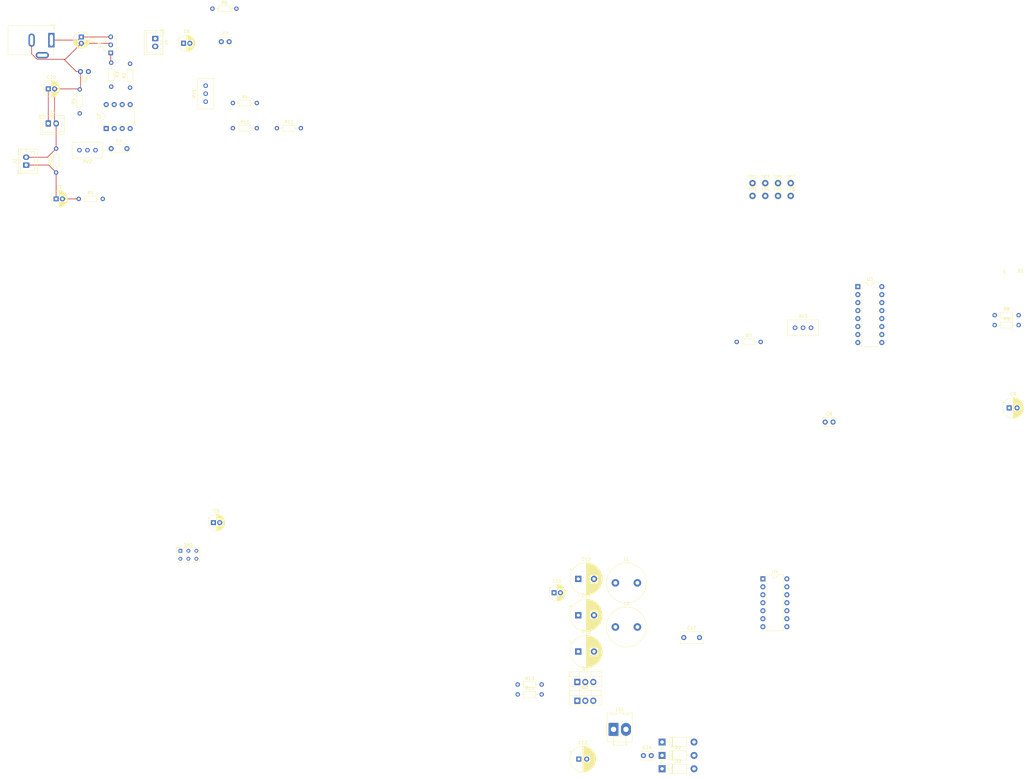
<source format=kicad_pcb>
(kicad_pcb (version 20240108) (generator "pcbnew") (generator_version "8.0")
  (layers (0 "F.Cu" signal) (31 "B.Cu" signal) (34 "B.Paste" user) (35 "F.Paste" user) (36 "B.SilkS" user "B.Silkscreen") (37 "F.SilkS" user "F.Silkscreen") (38 "B.Mask" user) (39 "F.Mask" user) (44 "Edge.Cuts" user))
  (net 0 "")
  (net 1 "Net-(J2-Pin_1)")
  (net 2 "Net-(C1-Pad2)")
  (net 3 "GND")
  (net 4 "+12V")
  (net 5 "+9V")
  (net 6 "Net-(C6-Pad1)")
  (net 7 "Net-(U2B-+)")
  (net 8 "AUDIO")
  (net 9 "SAWTOOTH")
  (net 10 "VDC")
  (net 11 "Net-(D1-K)")
  (net 12 "Net-(Q1-S)")
  (net 13 "Net-(C14-Pad2)")
  (net 14 "Net-(C17-Pad1)")
  (net 15 "Net-(C17-Pad2)")
  (net 16 "Net-(D2-A)")
  (net 17 "Net-(D2-K)")
  (net 18 "Net-(D3-K)")
  (net 19 "Net-(D3-A)")
  (net 20 "Net-(U2A--)")
  (net 21 "Net-(R2-Pad2)")
  (net 22 "Net-(U1-VO)")
  (net 23 "Net-(R3-Pad2)")
  (net 24 "Net-(R11-Pad1)")
  (net 25 "Net-(R5-Pad1)")
  (net 26 "Net-(R7-Pad1)")
  (net 27 "PWM")
  (net 28 "!PWM")
  (net 29 "Net-(U3-RT)")
  (net 31 "Net-(SW1-B)")
  (net 32 "Net-(U3-2IN-)")
  (net 33 "FB")
  (footprint "Diode_THT:D_DO-41_SOD81_P10.16mm_Horizontal" (layer "F.Cu") (at 231.645354 272.3)
    (property "Reference" "D3" (at 5.08 -2.47 0) (layer "F.SilkS"))
    (property "Value" "1N5819")
    (fp_text user "K" (at 0 -2.1 0) (layer "F.SilkS"))
    (pad "1" thru_hole rect (at 0 0) (size 2.2 2.2) (drill 1.1) (layers "*.Cu" "*.Mask") (net 18 "Net-(D3-K)"))
    (pad "2" thru_hole oval (at 10.16 0) (size 2.2 2.2) (drill 1.1) (layers "*.Cu" "*.Mask") (net 19 "Net-(D3-A)"))
  )
  (footprint "Resistor_THT:R_Axial_DIN0204_L3.6mm_D1.6mm_P7.62mm_Horizontal" (layer "F.Cu") (at 88.69 30.5)
    (property "Reference" "R6" (at 3.81 -1.92 0) (layer "F.SilkS"))
    (property "Value" "8.2kΩ")
    (pad "1" thru_hole circle (at 0 0) (size 1.4 1.4) (drill 0.7) (layers "*.Cu" "*.Mask") (net 7 "Net-(U2B-+)"))
    (pad "2" thru_hole oval (at 7.62 0) (size 1.4 1.4) (drill 0.7) (layers "*.Cu" "*.Mask") (net 8 "AUDIO"))
  )
  (footprint "Capacitor_THT:CP_Radial_D10.0mm_P5.00mm" (layer "F.Cu") (at 205 235)
    (property "Reference" "C15" (at 2.5 -6.25 0) (layer "F.SilkS"))
    (property "Value" "470uF")
    (pad "1" thru_hole rect (at 0 0) (size 2 2) (drill 1) (layers "*.Cu" "*.Mask") (net 13 "Net-(C14-Pad2)"))
    (pad "2" thru_hole circle (at 5 0) (size 2 2) (drill 1) (layers "*.Cu" "*.Mask") (net 3 "GND"))
  )
  (footprint "Resistor_THT:R_Axial_DIN0204_L3.6mm_D1.6mm_P7.62mm_Horizontal" (layer "F.Cu") (at 95.19 68.5)
    (property "Reference" "R11" (at 3.81 -1.92 0) (layer "F.SilkS"))
    (property "Value" "1kΩ")
    (pad "1" thru_hole circle (at 0 0) (size 1.4 1.4) (drill 0.7) (layers "*.Cu" "*.Mask") (net 24 "Net-(R11-Pad1)"))
    (pad "2" thru_hole oval (at 7.62 0) (size 1.4 1.4) (drill 0.7) (layers "*.Cu" "*.Mask") (net 3 "GND"))
  )
  (footprint "Capacitor_THT:C_Disc_D3.8mm_W2.6mm_P2.50mm" (layer "F.Cu") (at 283.5 162)
    (property "Reference" "C8" (at 1.25 -2.55 0) (layer "F.SilkS"))
    (property "Value" "1nF")
    (pad "1" thru_hole circle (at 0 0) (size 1.6 1.6) (drill 0.8) (layers "*.Cu" "*.Mask") (net 9 "SAWTOOTH"))
    (pad "2" thru_hole circle (at 2.5 0) (size 1.6 1.6) (drill 0.8) (layers "*.Cu" "*.Mask") (net 3 "GND"))
  )
  (footprint "Resistor_THT:R_Axial_DIN0204_L3.6mm_D1.6mm_P7.62mm_Horizontal" (layer "F.Cu") (at 62.5 55.62 90)
    (property "Reference" "R2" (at 3.81 -1.92 90) (layer "F.SilkS"))
    (property "Value" "10kΩ")
    (pad "1" thru_hole circle (at 0 0 90) (size 1.4 1.4) (drill 0.7) (layers "*.Cu" "*.Mask") (net 20 "Net-(U2A--)"))
    (pad "2" thru_hole oval (at 7.62 0 90) (size 1.4 1.4) (drill 0.7) (layers "*.Cu" "*.Mask") (net 21 "Net-(R2-Pad2)"))
  )
  (footprint "Capacitor_THT:CP_Radial_D5.0mm_P2.00mm" (layer "F.Cu") (at 39 91)
    (property "Reference" "C1" (at 1 -3.75 0) (layer "F.SilkS"))
    (property "Value" "1uF")
    (pad "1" thru_hole rect (at 0 0) (size 1.6 1.6) (drill 0.8) (layers "*.Cu" "*.Mask") (net 1 "Net-(J2-Pin_1)"))
    (pad "2" thru_hole circle (at 2 0) (size 1.6 1.6) (drill 0.8) (layers "*.Cu" "*.Mask") (net 2 "Net-(C1-Pad2)"))
  )
  (footprint "Capacitor_THT:C_Disc_D5.0mm_W2.5mm_P5.00mm" (layer "F.Cu") (at 56.5 75)
    (property "Reference" "C4" (at 2.5 -2.5 0) (layer "F.SilkS"))
    (property "Value" "100nF")
    (pad "1" thru_hole circle (at 0 0) (size 1.6 1.6) (drill 0.8) (layers "*.Cu" "*.Mask") (net 5 "+9V"))
    (pad "2" thru_hole circle (at 5 0) (size 1.6 1.6) (drill 0.8) (layers "*.Cu" "*.Mask") (net 3 "GND"))
  )
  (footprint "Capacitor_THT:CP_Radial_D5.0mm_P2.00mm" (layer "F.Cu") (at 89 194)
    (property "Reference" "C5" (at 1 -3.75 0) (layer "F.SilkS"))
    (property "Value" "10uF")
    (pad "1" thru_hole rect (at 0 0) (size 1.6 1.6) (drill 0.8) (layers "*.Cu" "*.Mask") (net 3 "GND"))
    (pad "2" thru_hole circle (at 2 0) (size 1.6 1.6) (drill 0.8) (layers "*.Cu" "*.Mask") (net 4 "+12V"))
  )
  (footprint "Connector_JST:JST_XH_B2B-XH-A_1x02_P2.50mm_Vertical" (layer "F.Cu") (at 29.475 80.25 90)
    (property "Reference" "J2" (at 1.25 -3.55 90) (layer "F.SilkS"))
    (property "Value" "Conn_01x02")
    (pad "1" thru_hole roundrect (at 0 0 90) (size 1.7 2) (drill 1) (layers "*.Cu" "*.Mask") (roundrect_rratio 0.147059) (net 1 "Net-(J2-Pin_1)"))
    (pad "2" thru_hole oval (at 2.5 0 90) (size 1.7 2) (drill 1) (layers "*.Cu" "*.Mask") (net 3 "GND"))
  )
  (footprint "Capacitor_THT:CP_Radial_D10.0mm_P5.00mm" (layer "F.Cu") (at 205 211.9)
    (property "Reference" "C13" (at 2.5 -6.25 0) (layer "F.SilkS"))
    (property "Value" "470uF")
    (pad "1" thru_hole rect (at 0 0) (size 2 2) (drill 1) (layers "*.Cu" "*.Mask") (net 10 "VDC"))
    (pad "2" thru_hole circle (at 5 0) (size 2 2) (drill 1) (layers "*.Cu" "*.Mask") (net 3 "GND"))
  )
  (footprint "Potentiometer_THT:Potentiometer_Bourns_3296W_Vertical" (layer "F.Cu") (at 279 132)
    (property "Reference" "RV3" (at -2.54 -3.66 0) (layer "F.SilkS"))
    (property "Value" "10kΩ")
    (pad "1" thru_hole circle (at 0 0) (size 1.44 1.44) (drill 0.8) (layers "*.Cu" "*.Mask") (net 29 "Net-(U3-RT)"))
    (pad "2" thru_hole circle (at -2.54 0) (size 1.44 1.44) (drill 0.8) (layers "*.Cu" "*.Mask") (net 29 "Net-(U3-RT)"))
    (pad "3" thru_hole circle (at -5.08 0) (size 1.44 1.44) (drill 0.8) (layers "*.Cu" "*.Mask") (net 26 "Net-(R7-Pad1)"))
  )
  (footprint "Connector_BarrelJack:BarrelJack_GCT_DCJ200-10-A_Horizontal" (layer "F.Cu") (at 37.5 40.5 -90)
    (property "Reference" "J1" (at 0 -2.5 90) (layer "F.SilkS"))
    (property "Value" "Conn_01x02")
    (pad "1" thru_hole rect (at 0 0 270) (size 4.6 2) (drill oval 3.6 1) (layers "*.Cu" "*.Mask") (net 4 "+12V"))
    (pad "2" thru_hole oval (at 0 6.3 270) (size 4.2 2) (drill oval 3.2 1) (layers "*.Cu" "*.Mask") (net 3 "GND"))
    (pad "3" thru_hole oval (at 4.8 2.9 270) (size 2 4.2) (drill oval 1 3.2) (layers "*.Cu" "*.Mask"))
  )
  (footprint "Capacitor_THT:C_Rect_L7.0mm_W3.5mm_P5.00mm" (layer "F.Cu") (at 238.545354 230.55)
    (property "Reference" "C17" (at 2.5 -3 0) (layer "F.SilkS"))
    (property "Value" "0.68uF")
    (pad "1" thru_hole circle (at 0 0) (size 1.6 1.6) (drill 0.8) (layers "*.Cu" "*.Mask") (net 14 "Net-(C17-Pad1)"))
    (pad "2" thru_hole circle (at 5 0) (size 1.6 1.6) (drill 0.8) (layers "*.Cu" "*.Mask") (net 15 "Net-(C17-Pad2)"))
  )
  (footprint "Resistor_THT:R_Axial_DIN0204_L3.6mm_D1.6mm_P7.62mm_Horizontal" (layer "F.Cu") (at 46.5 63.81 90)
    (property "Reference" "R5" (at 3.81 -1.92 90) (layer "F.SilkS"))
    (property "Value" "18kΩ")
    (pad "1" thru_hole circle (at 0 0 90) (size 1.4 1.4) (drill 0.7) (layers "*.Cu" "*.Mask") (net 25 "Net-(R5-Pad1)"))
    (pad "2" thru_hole oval (at 7.62 0 90) (size 1.4 1.4) (drill 0.7) (layers "*.Cu" "*.Mask") (net 3 "GND"))
  )
  (footprint "Resistor_THT:R_Axial_DIN0204_L3.6mm_D1.6mm_P7.62mm_Horizontal" (layer "F.Cu") (at 46.19 91)
    (property "Reference" "R1" (at 3.81 -1.92 0) (layer "F.SilkS"))
    (property "Value" "10kΩ")
    (pad "1" thru_hole circle (at 0 0) (size 1.4 1.4) (drill 0.7) (layers "*.Cu" "*.Mask") (net 2 "Net-(C1-Pad2)"))
    (pad "2" thru_hole oval (at 7.62 0) (size 1.4 1.4) (drill 0.7) (layers "*.Cu" "*.Mask") (net 20 "Net-(U2A--)"))
  )
  (footprint "Resistor_THT:R_Axial_DIN0204_L3.6mm_D1.6mm_P7.62mm_Horizontal" (layer "F.Cu") (at 185.735354 248.65)
    (property "Reference" "R14" (at 3.81 -1.92 0) (layer "F.SilkS"))
    (property "Value" "10Ω")
    (pad "1" thru_hole circle (at 0 0) (size 1.4 1.4) (drill 0.7) (layers "*.Cu" "*.Mask") (net 18 "Net-(D3-K)"))
    (pad "2" thru_hole oval (at 7.62 0) (size 1.4 1.4) (drill 0.7) (layers "*.Cu" "*.Mask") (net 19 "Net-(D3-A)"))
  )
  (footprint "Resistor_THT:R_Axial_DIN0204_L3.6mm_D1.6mm_P7.62mm_Horizontal" (layer "F.Cu") (at 337.38 131.15)
    (property "Reference" "R9" (at 3.81 -1.92 0) (layer "F.SilkS"))
    (property "Value" "18kΩ")
    (pad "1" thru_hole circle (at 0 0) (size 1.4 1.4) (drill 0.7) (layers "*.Cu" "*.Mask") (net 28 "!PWM"))
    (pad "2" thru_hole oval (at 7.62 0) (size 1.4 1.4) (drill 0.7) (layers "*.Cu" "*.Mask") (net 3 "GND"))
  )
  (footprint "Capacitor_THT:CP_Radial_D5.0mm_P2.00mm" (layer "F.Cu") (at 47 39.5 -90)
    (property "Reference" "C2" (at 1 -3.75 90) (layer "F.SilkS"))
    (property "Value" "1uF")
    (pad "1" thru_hole rect (at 0 0 270) (size 1.6 1.6) (drill 0.8) (layers "*.Cu" "*.Mask") (net 4 "+12V"))
    (pad "2" thru_hole circle (at 2 0 270) (size 1.6 1.6) (drill 0.8) (layers "*.Cu" "*.Mask") (net 3 "GND"))
  )
  (footprint "TestPoint:TestPoint_THTPad_D2.0mm_Drill1.0mm" (layer "F.Cu") (at 268.5 86)
    (property "Reference" "TP5" (at 0 -1.998 0) (layer "F.SilkS"))
    (property "Value" "TestPoint")
    (pad "1" thru_hole circle (at 0 0) (size 2 2) (drill 1) (layers "*.Cu" "*.Mask") (net 28 "!PWM"))
  )
  (footprint "Resistor_THT:R_Axial_DIN0204_L3.6mm_D1.6mm_P7.62mm_Horizontal" (layer "F.Cu") (at 337.38 128)
    (property "Reference" "R8" (at 3.81 -1.92 0) (layer "F.SilkS"))
    (property "Value" "18kΩ")
    (pad "1" thru_hole circle (at 0 0) (size 1.4 1.4) (drill 0.7) (layers "*.Cu" "*.Mask") (net 4 "+12V"))
    (pad "2" thru_hole oval (at 7.62 0) (size 1.4 1.4) (drill 0.7) (layers "*.Cu" "*.Mask") (net 27 "PWM"))
  )
  (footprint "Capacitor_THT:CP_Radial_D6.3mm_P2.50mm" (layer "F.Cu") (at 342 157.5)
    (property "Reference" "C9" (at 1.25 -4.4 360) (layer "F.SilkS"))
    (property "Value" "100uF")
    (pad "1" thru_hole rect (at 0 0) (size 1.6 1.6) (drill 0.8) (layers "*.Cu" "*.Mask") (net 4 "+12V"))
    (pad "2" thru_hole circle (at 2.5 0) (size 1.6 1.6) (drill 0.8) (layers "*.Cu" "*.Mask") (net 3 "GND"))
  )
  (footprint "Diode_THT:D_DO-41_SOD81_P10.16mm_Horizontal" (layer "F.Cu") (at 231.645354 268.05)
    (property "Reference" "D2" (at 5.08 -2.47 0) (layer "F.SilkS"))
    (property "Value" "1N5819")
    (fp_text user "K" (at 0 -2.1 0) (layer "F.SilkS"))
    (pad "1" thru_hole rect (at 0 0) (size 2.2 2.2) (drill 1.1) (layers "*.Cu" "*.Mask") (net 17 "Net-(D2-K)"))
    (pad "2" thru_hole oval (at 10.16 0) (size 2.2 2.2) (drill 1.1) (layers "*.Cu" "*.Mask") (net 16 "Net-(D2-A)"))
  )
  (footprint "TestPoint:TestPoint_THTPad_D2.0mm_Drill1.0mm" (layer "F.Cu") (at 268.5 90.05)
    (property "Reference" "TP6" (at 0 -1.998 0) (layer "F.SilkS"))
    (property "Value" "TestPoint")
    (pad "1" thru_hole circle (at 0 0) (size 2 2) (drill 1) (layers "*.Cu" "*.Mask") (net 27 "PWM"))
  )
  (footprint "TestPoint:TestPoint_THTPad_D2.0mm_Drill1.0mm" (layer "F.Cu") (at 272.55 86)
    (property "Reference" "TP7" (at 0 -1.998 0) (layer "F.SilkS"))
    (property "Value" "TestPoint")
    (pad "1" thru_hole circle (at 0 0) (size 2 2) (drill 1) (layers "*.Cu" "*.Mask") (net 8 "AUDIO"))
  )
  (footprint "Potentiometer_THT:Potentiometer_Bourns_3296W_Vertical" (layer "F.Cu") (at 46.42 75.5 180)
    (property "Reference" "RV2" (at -2.54 -3.66 360) (layer "F.SilkS"))
    (property "Value" "10kΩ")
    (pad "1" thru_hole circle (at 0 0 180) (size 1.44 1.44) (drill 0.8) (layers "*.Cu" "*.Mask") (net 25 "Net-(R5-Pad1)"))
    (pad "2" thru_hole circle (at -2.54 0 180) (size 1.44 1.44) (drill 0.8) (layers "*.Cu" "*.Mask") (net 23 "Net-(R3-Pad2)"))
    (pad "3" thru_hole circle (at -5.08 0 180) (size 1.44 1.44) (drill 0.8) (layers "*.Cu" "*.Mask") (net 23 "Net-(R3-Pad2)"))
  )
  (footprint "Package_DIP:DIP-14_W7.62mm" (layer "F.Cu") (at 263.7 211.875)
    (property "Reference" "U4" (at 3.81 -2.33 0) (layer "F.SilkS"))
    (property "Value" "IR2110")
    (pad "1" thru_hole rect (at 0 0) (size 1.6 1.6) (drill 0.8) (layers "*.Cu" "*.Mask") (net 18 "Net-(D3-K)"))
    (pad "2" thru_hole oval (at 0 2.54) (size 1.6 1.6) (drill 0.8) (layers "*.Cu" "*.Mask") (net 3 "GND"))
    (pad "3" thru_hole oval (at 0 5.08) (size 1.6 1.6) (drill 0.8) (layers "*.Cu" "*.Mask") (net 4 "+12V"))
    (pad "4" thru_hole oval (at 0 7.62) (size 1.6 1.6) (drill 0.8) (layers "*.Cu" "*.Mask"))
    (pad "5" thru_hole oval (at 0 10.16) (size 1.6 1.6) (drill 0.8) (layers "*.Cu" "*.Mask") (net 12 "Net-(Q1-S)"))
    (pad "6" thru_hole oval (at 0 12.7) (size 1.6 1.6) (drill 0.8) (layers "*.Cu" "*.Mask") (net 11 "Net-(D1-K)"))
    (pad "7" thru_hole oval (at 0 15.24) (size 1.6 1.6) (drill 0.8) (layers "*.Cu" "*.Mask") (net 17 "Net-(D2-K)"))
    (pad "8" thru_hole oval (at 7.62 15.24) (size 1.6 1.6) (drill 0.8) (layers "*.Cu" "*.Mask"))
    (pad "9" thru_hole oval (at 7.62 12.7) (size 1.6 1.6) (drill 0.8) (layers "*.Cu" "*.Mask") (net 4 "+12V"))
    (pad "10" thru_hole oval (at 7.62 10.16) (size 1.6 1.6) (drill 0.8) (layers "*.Cu" "*.Mask") (net 27 "PWM"))
    (pad "11" thru_hole oval (at 7.62 7.62) (size 1.6 1.6) (drill 0.8) (layers "*.Cu" "*.Mask") (net 31 "Net-(SW1-B)"))
    (pad "12" thru_hole oval (at 7.62 5.08) (size 1.6 1.6) (drill 0.8) (layers "*.Cu" "*.Mask") (net 28 "!PWM"))
    (pad "13" thru_hole oval (at 7.62 2.54) (size 1.6 1.6) (drill 0.8) (layers "*.Cu" "*.Mask") (net 3 "GND"))
    (pad "14" thru_hole oval (at 7.62 0) (size 1.6 1.6) (drill 0.8) (layers "*.Cu" "*.Mask"))
  )
  (footprint "Package_DIP:DIP-16_W7.62mm" (layer "F.Cu") (at 293.88 118.92)
    (property "Reference" "U3" (at 3.81 -2.33 0) (layer "F.SilkS"))
    (property "Value" "TL494")
    (pad "1" thru_hole rect (at 0 0) (size 1.6 1.6) (drill 0.8) (layers "*.Cu" "*.Mask") (net 8 "AUDIO"))
    (pad "2" thru_hole oval (at 0 2.54) (size 1.6 1.6) (drill 0.8) (layers "*.Cu" "*.Mask") (net 33 "FB"))
    (pad "3" thru_hole oval (at 0 5.08) (size 1.6 1.6) (drill 0.8) (layers "*.Cu" "*.Mask") (net 33 "FB"))
    (pad "4" thru_hole oval (at 0 7.62) (size 1.6 1.6) (drill 0.8) (layers "*.Cu" "*.Mask") (net 3 "GND"))
    (pad "5" thru_hole oval (at 0 10.16) (size 1.6 1.6) (drill 0.8) (layers "*.Cu" "*.Mask") (net 9 "SAWTOOTH"))
    (pad "6" thru_hole oval (at 0 12.7) (size 1.6 1.6) (drill 0.8) (layers "*.Cu" "*.Mask") (net 29 "Net-(U3-RT)"))
    (pad "7" thru_hole oval (at 0 15.24) (size 1.6 1.6) (drill 0.8) (layers "*.Cu" "*.Mask") (net 3 "GND"))
    (pad "8" thru_hole oval (at 0 17.78) (size 1.6 1.6) (drill 0.8) (layers "*.Cu" "*.Mask") (net 27 "PWM"))
    (pad "9" thru_hole oval (at 7.62 17.78) (size 1.6 1.6) (drill 0.8) (layers "*.Cu" "*.Mask") (net 3 "GND"))
    (pad "10" thru_hole oval (at 7.62 15.24) (size 1.6 1.6) (drill 0.8) (layers "*.Cu" "*.Mask") (net 28 "!PWM"))
    (pad "11" thru_hole oval (at 7.62 12.7) (size 1.6 1.6) (drill 0.8) (layers "*.Cu" "*.Mask") (net 4 "+12V"))
    (pad "12" thru_hole oval (at 7.62 10.16) (size 1.6 1.6) (drill 0.8) (layers "*.Cu" "*.Mask") (net 4 "+12V"))
    (pad "13" thru_hole oval (at 7.62 7.62) (size 1.6 1.6) (drill 0.8) (layers "*.Cu" "*.Mask") (net 3 "GND"))
    (pad "14" thru_hole oval (at 7.62 5.08) (size 1.6 1.6) (drill 0.8) (layers "*.Cu" "*.Mask") (net 32 "Net-(U3-2IN-)"))
    (pad "15" thru_hole oval (at 7.62 2.54) (size 1.6 1.6) (drill 0.8) (layers "*.Cu" "*.Mask") (net 32 "Net-(U3-2IN-)"))
    (pad "16" thru_hole oval (at 7.62 0) (size 1.6 1.6) (drill 0.8) (layers "*.Cu" "*.Mask") (net 3 "GND"))
  )
  (footprint "TestPoint:TestPoint_THTPad_D2.0mm_Drill1.0mm" (layer "F.Cu") (at 260.4 90.05)
    (property "Reference" "TP2" (at 0 -1.998 0) (layer "F.SilkS"))
    (property "Value" "TestPoint")
    (pad "1" thru_hole circle (at 0 0) (size 2 2) (drill 1) (layers "*.Cu" "*.Mask") (net 3 "GND"))
  )
  (footprint "Diode_THT:D_DO-41_SOD81_P10.16mm_Horizontal" (layer "F.Cu") (at 231.645354 263.8)
    (property "Reference" "D1" (at 113.98 -149.87 0) (layer "F.SilkS"))
    (property "Value" "1N5819")
    (fp_text user "K" (at 108.9 -149.5 0) (layer "F.SilkS"))
    (pad "1" thru_hole rect (at 0 0) (size 2.2 2.2) (drill 1.1) (layers "*.Cu" "*.Mask") (net 11 "Net-(D1-K)"))
    (pad "2" thru_hole oval (at 10.16 0) (size 2.2 2.2) (drill 1.1) (layers "*.Cu" "*.Mask") (net 4 "+12V"))
  )
  (footprint "Capacitor_THT:C_Disc_D3.8mm_W2.6mm_P2.50mm" (layer "F.Cu") (at 225.695354 268.1)
    (property "Reference" "C16" (at 1.25 -2.55 0) (layer "F.SilkS"))
    (property "Value" "100nF")
    (pad "1" thru_hole circle (at 0 0) (size 1.6 1.6) (drill 0.8) (layers "*.Cu" "*.Mask") (net 3 "GND"))
    (pad "2" thru_hole circle (at 2.5 0) (size 1.6 1.6) (drill 0.8) (layers "*.Cu" "*.Mask") (net 10 "VDC"))
  )
  (footprint "Capacitor_THT:CP_Radial_D10.0mm_P5.00mm" (layer "F.Cu") (at 205 223.45)
    (property "Reference" "C14" (at 2.5 -6.25 0) (layer "F.SilkS"))
    (property "Value" "470uF")
    (pad "1" thru_hole rect (at 0 0) (size 2 2) (drill 1) (layers "*.Cu" "*.Mask") (net 10 "VDC"))
    (pad "2" thru_hole circle (at 5 0) (size 2 2) (drill 1) (layers "*.Cu" "*.Mask") (net 13 "Net-(C14-Pad2)"))
  )
  (footprint "Package_TO_SOT_THT:TO-92_Inline_Wide" (layer "F.Cu") (at 56.36 44.54 90)
    (property "Reference" "U1" (at 2.54 -3.56 90) (layer "F.SilkS"))
    (property "Value" "L78L09_TO92")
    (pad "1" thru_hole rect (at 0 0 90) (size 1.5 1.5) (drill 0.8) (layers "*.Cu" "*.Mask") (net 22 "Net-(U1-VO)"))
    (pad "2" thru_hole circle (at 2.54 0 90) (size 1.5 1.5) (drill 0.8) (layers "*.Cu" "*.Mask") (net 3 "GND"))
    (pad "3" thru_hole circle (at 5.08 0 90) (size 1.5 1.5) (drill 0.8) (layers "*.Cu" "*.Mask") (net 4 "+12V"))
  )
  (footprint "Inductor_THT:L_Radial_D12.5mm_P7.00mm_Fastron_09HCP" (layer "F.Cu") (at 216.795354 213.15)
    (property "Reference" "L1" (at 3.5 -7.5 0) (layer "F.SilkS"))
    (property "Value" "47uH")
    (pad "1" thru_hole circle (at 0 0) (size 2.4 2.4) (drill 1.2) (layers "*.Cu" "*.Mask") (net 12 "Net-(Q1-S)"))
    (pad "2" thru_hole circle (at 7 0) (size 2.4 2.4) (drill 1.2) (layers "*.Cu" "*.Mask") (net 15 "Net-(C17-Pad2)"))
  )
  (footprint "Connector_JST:JST_XH_B2B-XH-A_1x02_P2.50mm_Vertical" (layer "F.Cu") (at 36.5 67)
    (property "Reference" "J3" (at 1.25 -3.55 0) (layer "F.SilkS"))
    (property "Value" "Conn_01x02")
    (pad "1" thru_hole roundrect (at 0 0) (size 1.7 2) (drill 1) (layers "*.Cu" "*.Mask") (roundrect_rratio 0.147059) (net 10 "VDC"))
    (pad "2" thru_hole oval (at 2.5 0) (size 1.7 2) (drill 1) (layers "*.Cu" "*.Mask") (net 3 "GND"))
  )
  (footprint "Capacitor_THT:CP_Radial_D5.0mm_P2.00mm" (layer "F.Cu") (at 197.305354 216.3)
    (property "Reference" "C11" (at 1 -3.75 0) (layer "F.SilkS"))
    (property "Value" "10uF")
    (pad "1" thru_hole rect (at 0 0) (size 1.6 1.6) (drill 0.8) (layers "*.Cu" "*.Mask") (net 11 "Net-(D1-K)"))
    (pad "2" thru_hole circle (at 2 0) (size 1.6 1.6) (drill 0.8) (layers "*.Cu" "*.Mask") (net 12 "Net-(Q1-S)"))
  )
  (footprint "Package_DIP:DIP-8_W7.62mm" (layer "F.Cu") (at 54.92 68.62 90)
    (property "Reference" "U2" (at 3.81 -2.33 90) (layer "F.SilkS"))
    (property "Value" "LM358")
    (pad "1" thru_hole rect (at 0 0 90) (size 1.6 1.6) (drill 0.8) (layers "*.Cu" "*.Mask") (net 24 "Net-(R11-Pad1)"))
    (pad "2" thru_hole oval (at 0 2.54 90) (size 1.6 1.6) (drill 0.8) (layers "*.Cu" "*.Mask") (net 20 "Net-(U2A--)"))
    (pad "3" thru_hole oval (at 0 5.08 90) (size 1.6 1.6) (drill 0.8) (layers "*.Cu" "*.Mask") (net 10 "VDC"))
    (pad "4" thru_hole oval (at 0 7.62 90) (size 1.6 1.6) (drill 0.8) (layers "*.Cu" "*.Mask") (net 3 "GND"))
    (pad "5" thru_hole oval (at 7.62 7.62 90) (size 1.6 1.6) (drill 0.8) (layers "*.Cu" "*.Mask") (net 7 "Net-(U2B-+)"))
    (pad "6" thru_hole oval (at 7.62 5.08 90) (size 1.6 1.6) (drill 0.8) (layers "*.Cu" "*.Mask") (net 10 "VDC"))
    (pad "7" thru_hole oval (at 7.62 2.54 90) (size 1.6 1.6) (drill 0.8) (layers "*.Cu" "*.Mask") (net 8 "AUDIO"))
    (pad "8" thru_hole oval (at 7.62 0 90) (size 1.6 1.6) (drill 0.8) (layers "*.Cu" "*.Mask") (net 5 "+9V"))
  )
  (footprint "Inductor_THT:L_Radial_D12.5mm_P7.00mm_Fastron_09HCP" (layer "F.Cu") (at 216.795354 227.2)
    (property "Reference" "L2" (at 3.5 -7.5 0) (layer "F.SilkS"))
    (property "Value" "47uH")
    (pad "1" thru_hole circle (at 0 0) (size 2.4 2.4) (drill 1.2) (layers "*.Cu" "*.Mask") (net 14 "Net-(C17-Pad1)"))
    (pad "2" thru_hole circle (at 7 0) (size 2.4 2.4) (drill 1.2) (layers "*.Cu" "*.Mask") (net 13 "Net-(C14-Pad2)"))
  )
  (footprint "Resistor_THT:R_Axial_DIN0204_L3.6mm_D1.6mm_P7.62mm_Horizontal" (layer "F.Cu") (at 109.19 68.5)
    (property "Reference" "R12" (at 3.81 -1.92 0) (layer "F.SilkS"))
    (property "Value" "1kΩ")
    (pad "1" thru_hole circle (at 0 0) (size 1.4 1.4) (drill 0.7) (layers "*.Cu" "*.Mask") (net 3 "GND"))
    (pad "2" thru_hole oval (at 7.62 0) (size 1.4 1.4) (drill 0.7) (layers "*.Cu" "*.Mask") (net 8 "AUDIO"))
  )
  (footprint "Capacitor_THT:C_Disc_D3.8mm_W2.6mm_P2.50mm" (layer "F.Cu") (at 49.25 50.5 180)
    (property "Reference" "C3" (at 1.25 -2.55 360) (layer "F.SilkS"))
    (property "Value" "10nF")
    (pad "1" thru_hole circle (at 0 0 180) (size 1.6 1.6) (drill 0.8) (layers "*.Cu" "*.Mask") (net 5 "+9V"))
    (pad "2" thru_hole circle (at 2.5 0 180) (size 1.6 1.6) (drill 0.8) (layers "*.Cu" "*.Mask") (net 3 "GND"))
  )
  (footprint "Package_TO_SOT_THT:TO-220-3_Vertical" (layer "F.Cu") (at 204.695354 250.66)
    (property "Reference" "Q2" (at 2.54 -4.27 0) (layer "F.SilkS"))
    (property "Value" "IRFZ44N")
    (pad "1" thru_hole rect (at 0 0) (size 1.905 2) (drill 1.1) (layers "*.Cu" "*.Mask") (net 19 "Net-(D3-A)"))
    (pad "2" thru_hole oval (at 2.54 0) (size 1.905 2) (drill 1.1) (layers "*.Cu" "*.Mask") (net 12 "Net-(Q1-S)"))
    (pad "3" thru_hole oval (at 5.08 0) (size 1.905 2) (drill 1.1) (layers "*.Cu" "*.Mask") (net 3 "GND"))
  )
  (footprint "Capacitor_THT:CP_Radial_D8.0mm_P2.50mm" (layer "F.Cu") (at 205.180052 269.22)
    (property "Reference" "C12" (at 1.25 -5.25 0) (layer "F.SilkS"))
    (property "Value" "100uF")
    (pad "1" thru_hole rect (at 0 0) (size 1.6 1.6) (drill 0.8) (layers "*.Cu" "*.Mask") (net 4 "+12V"))
    (pad "2" thru_hole circle (at 2.5 0) (size 1.6 1.6) (drill 0.8) (layers "*.Cu" "*.Mask") (net 3 "GND"))
  )
  (footprint "Resistor_THT:R_Axial_DIN0204_L3.6mm_D1.6mm_P7.62mm_Horizontal" (layer "F.Cu") (at 255.38 136.5)
    (property "Reference" "R7" (at 3.81 -1.92 0) (layer "F.SilkS"))
    (property "Value" "3.3kΩ")
    (pad "1" thru_hole circle (at 0 0) (size 1.4 1.4) (drill 0.7) (layers "*.Cu" "*.Mask") (net 26 "Net-(R7-Pad1)"))
    (pad "2" thru_hole oval (at 7.62 0) (size 1.4 1.4) (drill 0.7) (layers "*.Cu" "*.Mask") (net 3 "GND"))
  )
  (footprint "Resistor_THT:R_Axial_DIN0204_L3.6mm_D1.6mm_P7.62mm_Horizontal" (layer "F.Cu") (at 56.5 47.69 -90)
    (property "Reference" "R3" (at 3.81 -1.92 90) (layer "F.SilkS"))
    (property "Value" "68kΩ")
    (pad "1" thru_hole circle (at 0 0 270) (size 1.4 1.4) (drill 0.7) (layers "*.Cu" "*.Mask") (net 22 "Net-(U1-VO)"))
    (pad "2" thru_hole oval (at 7.62 0 270) (size 1.4 1.4) (drill 0.7) (layers "*.Cu" "*.Mask") (net 23 "Net-(R3-Pad2)"))
  )
  (footprint "Capacitor_THT:C_Disc_D3.8mm_W2.6mm_P2.50mm" (layer "F.Cu") (at 91.5 41)
    (property "Reference" "C7" (at 1.25 -2.55 0) (layer "F.SilkS"))
    (property "Value" "1nF")
    (pad "1" thru_hole circle (at 0 0) (size 1.6 1.6) (drill 0.8) (layers "*.Cu" "*.Mask") (net 7 "Net-(U2B-+)"))
    (pad "2" thru_hole circle (at 2.5 0) (size 1.6 1.6) (drill 0.8) (layers "*.Cu" "*.Mask") (net 8 "AUDIO"))
  )
  (footprint "Capacitor_THT:CP_Radial_D5.0mm_P2.00mm" (layer "F.Cu") (at 36.5 56)
    (property "Reference" "C10" (at 1 -3.75 0) (layer "F.SilkS"))
    (property "Value" "10uF")
    (pad "1" thru_hole rect (at 0 0) (size 1.6 1.6) (drill 0.8) (layers "*.Cu" "*.Mask") (net 10 "VDC"))
    (pad "2" thru_hole circle (at 2 0) (size 1.6 1.6) (drill 0.8) (layers "*.Cu" "*.Mask") (net 3 "GND"))
  )
  (footprint "TestPoint:TestPoint_THTPad_D2.0mm_Drill1.0mm" (layer "F.Cu") (at 264.45 86)
    (property "Reference" "TP3" (at 0 -1.998 0) (layer "F.SilkS"))
    (property "Value" "TestPoint")
    (pad "1" thru_hole circle (at 0 0) (size 2 2) (drill 1) (layers "*.Cu" "*.Mask") (net 5 "+9V"))
  )
  (footprint "Capacitor_THT:CP_Radial_D5.0mm_P2.00mm" (layer "F.Cu") (at 79.5 41.5)
    (property "Reference" "C6" (at 1 -3.75 0) (layer "F.SilkS"))
    (property "Value" "10uF")
    (pad "1" thru_hole rect (at 0 0) (size 1.6 1.6) (drill 0.8) (layers "*.Cu" "*.Mask") (net 6 "Net-(C6-Pad1)"))
    (pad "2" thru_hole circle (at 2 0) (size 1.6 1.6) (drill 0.8) (layers "*.Cu" "*.Mask") (net 7 "Net-(U2B-+)"))
  )
  (footprint "Connector_Molex:Molex_KK-396_A-41791-0002_1x02_P3.96mm_Vertical" (layer "F.Cu") (at 216.205354 259.76)
    (property "Reference" "LS1" (at 1.98 -6.31 0) (layer "F.SilkS"))
    (property "Value" "8Ω")
    (pad "1" thru_hole roundrect (at 0 0) (size 3.16 4.1) (drill 1.7) (layers "*.Cu" "*.Mask") (roundrect_rratio 0.079114) (net 14 "Net-(C17-Pad1)"))
    (pad "2" thru_hole oval (at 3.96 0) (size 3.16 4.1) (drill 1.7) (layers "*.Cu" "*.Mask") (net 15 "Net-(C17-Pad2)"))
  )
  (footprint "Potentiometer_THT:Potentiometer_Bourns_3296W_Vertical" (layer "F.Cu") (at 86.54 55 90)
    (property "Reference" "RV1" (at -2.54 -3.66 90) (layer "F.SilkS"))
    (property "Value" "100kΩ")
    (pad "1" thru_hole circle (at 0 0 90) (size 1.44 1.44) (drill 0.8) (layers "*.Cu" "*.Mask") (net 21 "Net-(R2-Pad2)"))
    (pad "2" thru_hole circle (at -2.54 0 90) (size 1.44 1.44) (drill 0.8) (layers "*.Cu" "*.Mask") (net 24 "Net-(R11-Pad1)"))
    (pad "3" thru_hole circle (at -5.08 0 90) (size 1.44 1.44) (drill 0.8) (layers "*.Cu" "*.Mask") (net 24 "Net-(R11-Pad1)"))
  )
  (footprint "TestPoint:TestPoint_THTPad_D2.0mm_Drill1.0mm" (layer "F.Cu") (at 264.45 90.05)
    (property "Reference" "TP4" (at 0 -1.998 0) (layer "F.SilkS"))
    (property "Value" "TestPoint")
    (pad "1" thru_hole circle (at 0 0) (size 2 2) (drill 1) (layers "*.Cu" "*.Mask") (net 4 "+12V"))
  )
  (footprint "Connector_JST:JST_XH_B2B-XH-A_1x02_P2.50mm_Vertical" (layer "F.Cu") (at 70.5 40 -90)
    (property "Reference" "J4" (at 1.25 -3.55 90) (layer "F.SilkS"))
    (property "Value" "Conn_01x02")
    (pad "1" thru_hole roundrect (at 0 0 270) (size 1.7 2) (drill 1) (layers "*.Cu" "*.Mask") (roundrect_rratio 0.147059) (net 4 "+12V"))
    (pad "2" thru_hole oval (at 2.5 0 270) (size 1.7 2) (drill 1) (layers "*.Cu" "*.Mask") (net 3 "GND"))
  )
  (footprint "Button_Switch_THT:SW_NKK_GW12LJP" (layer "F.Cu") (at 78.5 202.96)
    (property "Reference" "SW1" (at 2.54 -1.98 0) (layer "F.SilkS"))
    (property "Value" "SW_SPDT_321")
    (pad "1" thru_hole rect (at 0 0) (size 1.2 1.2) (drill 0.6) (layers "*.Cu" "*.Mask") (net 4 "+12V"))
    (pad "2" thru_hole circle (at 2.54 0) (size 1.2 1.2) (drill 0.6) (layers "*.Cu" "*.Mask") (net 31 "Net-(SW1-B)"))
    (pad "3" thru_hole circle (at 5.08 0) (size 1.2 1.2) (drill 0.6) (layers "*.Cu" "*.Mask"))
    (pad "4" thru_hole circle (at 0 2.54) (size 1.2 1.2) (drill 0.6) (layers "*.Cu" "*.Mask"))
    (pad "5" thru_hole circle (at 2.54 2.54) (size 1.2 1.2) (drill 0.6) (layers "*.Cu" "*.Mask"))
    (pad "6" thru_hole circle (at 5.08 2.54) (size 1.2 1.2) (drill 0.6) (layers "*.Cu" "*.Mask"))
  )
  (footprint "TestPoint:TestPoint_THTPad_D2.0mm_Drill1.0mm" (layer "F.Cu") (at 272.55 90.05)
    (property "Reference" "TP8" (at 0 -1.998 0) (layer "F.SilkS"))
    (property "Value" "TestPoint")
    (pad "1" thru_hole circle (at 0 0) (size 2 2) (drill 1) (layers "*.Cu" "*.Mask") (net 9 "SAWTOOTH"))
  )
  (footprint "Resistor_THT:R_Axial_DIN0204_L3.6mm_D1.6mm_P7.62mm_Horizontal" (layer "F.Cu") (at 185.735354 245.5)
    (property "Reference" "R13" (at 3.81 -1.92 0) (layer "F.SilkS"))
    (property "Value" "10Ω")
    (pad "1" thru_hole circle (at 0 0) (size 1.4 1.4) (drill 0.7) (layers "*.Cu" "*.Mask") (net 17 "Net-(D2-K)"))
    (pad "2" thru_hole oval (at 7.62 0) (size 1.4 1.4) (drill 0.7) (layers "*.Cu" "*.Mask") (net 16 "Net-(D2-A)"))
  )
  (footprint "Resistor_THT:R_Axial_DIN0204_L3.6mm_D1.6mm_P7.62mm_Horizontal" (layer "F.Cu") (at 95.19 60.5)
    (property "Reference" "R4" (at 3.81 -1.92 0) (layer "F.SilkS"))
    (property "Value" "82kΩ")
    (pad "1" thru_hole circle (at 0 0) (size 1.4 1.4) (drill 0.7) (layers "*.Cu" "*.Mask") (net 24 "Net-(R11-Pad1)"))
    (pad "2" thru_hole oval (at 7.62 0) (size 1.4 1.4) (drill 0.7) (layers "*.Cu" "*.Mask") (net 6 "Net-(C6-Pad1)"))
  )
  (footprint "Resistor_THT:R_Axial_DIN0204_L3.6mm_D1.6mm_P7.62mm_Horizontal" (layer "F.Cu") (at 39 82.62 90)
    (property "Reference" "R10" (at 3.81 -1.92 90) (layer "F.SilkS"))
    (property "Value" "470kΩ")
    (pad "1" thru_hole circle (at 0 0 90) (size 1.4 1.4) (drill 0.7) (layers "*.Cu" "*.Mask") (net 1 "Net-(J2-Pin_1)"))
    (pad "2" thru_hole oval (at 7.62 0 90) (size 1.4 1.4) (drill 0.7) (layers "*.Cu" "*.Mask") (net 3 "GND"))
  )
  (footprint "TestPoint:TestPoint_THTPad_D2.0mm_Drill1.0mm" (layer "F.Cu") (at 260.4 86)
    (property "Reference" "TP1" (at 0 -1.998 0) (layer "F.SilkS"))
    (property "Value" "TestPoint")
    (pad "1" thru_hole circle (at 0 0) (size 2 2) (drill 1) (layers "*.Cu" "*.Mask") (net 10 "VDC"))
  )
  (footprint "Package_TO_SOT_THT:TO-220-3_Vertical" (layer "F.Cu") (at 204.695354 244.7)
    (property "Reference" "Q1" (at 2.54 -4.27 0) (layer "F.SilkS"))
    (property "Value" "IRFZ44N")
    (pad "1" thru_hole rect (at 0 0) (size 1.905 2) (drill 1.1) (layers "*.Cu" "*.Mask") (net 16 "Net-(D2-A)"))
    (pad "2" thru_hole oval (at 2.54 0) (size 1.905 2) (drill 1.1) (layers "*.Cu" "*.Mask") (net 10 "VDC"))
    (pad "3" thru_hole oval (at 5.08 0) (size 1.905 2) (drill 1.1) (layers "*.Cu" "*.Mask") (net 12 "Net-(Q1-S)"))
  )
  (segment (start 39 82.62) (end 39 91) (width 0.2) (layer "F.Cu") (net 1))
  (segment (start 36.63 80.25) (end 39 82.62) (width 0.2) (layer "F.Cu") (net 1))
  (segment (start 29.475 80.25) (end 36.63 80.25) (width 0.2) (layer "F.Cu") (net 1))
  (segment (start 41 91) (end 46.19 91) (width 0.2) (layer "F.Cu") (net 2))
  (segment (start 46.75 55.94) (end 46.5 56.19) (width 0.2) (layer "F.Cu") (net 3))
  (segment (start 36.25 77.75) (end 29.475 77.75) (width 0.2) (layer "F.Cu") (net 3))
  (segment (start 46.12 56) (end 38.5 56) (width 0.2) (layer "F.Cu") (net 3))
  (segment (start 46.75 50.5) (end 45.4 50.5) (width 0.2) (layer "F.Cu") (net 3))
  (segment (start 38.5 66.5) (end 39 67) (width 0.2) (layer "F.Cu") (net 3))
  (segment (start 31.2 44.838478) (end 32.961522 46.6) (width 0.2) (layer "F.Cu") (net 3))
  (segment (start 41.9 46.6) (end 47 41.5) (width 0.2) (layer "F.Cu") (net 3))
  (segment (start 46.75 50.5) (end 46.75 55.94) (width 0.2) (layer "F.Cu") (net 3))
  (segment (start 32.961522 46.6) (end 41.5 46.6) (width 0.2) (layer "F.Cu") (net 3))
  (segment (start 41.5 46.6) (end 41.9 46.6) (width 0.2) (layer "F.Cu") (net 3))
  (segment (start 39 67) (end 39 75) (width 0.2) (layer "F.Cu") (net 3))
  (segment (start 47 41.5) (end 55.86 41.5) (width 0.2) (layer "F.Cu") (net 3))
  (segment (start 38.5 56) (end 38.5 66.5) (width 0.2) (layer "F.Cu") (net 3))
  (segment (start 55.86 41.5) (end 56.36 42) (width 0.2) (layer "F.Cu") (net 3))
  (segment (start 39 75) (end 36.25 77.75) (width 0.2) (layer "F.Cu") (net 3))
  (segment (start 31.2 40.5) (end 31.2 44.838478) (width 0.2) (layer "F.Cu") (net 3))
  (segment (start 46.31 56.19) (end 46.12 56) (width 0.2) (layer "F.Cu") (net 3))
  (segment (start 45.4 50.5) (end 41.5 46.6) (width 0.2) (layer "F.Cu") (net 3))
  (segment (start 46.5 56.19) (end 46.31 56.19) (width 0.2) (layer "F.Cu") (net 3))
  (segment (start 47 39.5) (end 56.32 39.5) (width 0.2) (layer "F.Cu") (net 4))
  (segment (start 46 40.5) (end 47 39.5) (width 0.2) (layer "F.Cu") (net 4))
  (segment (start 37.5 40.5) (end 46 40.5) (width 0.2) (layer "F.Cu") (net 4))
  (segment (start 56.32 39.5) (end 56.36 39.46) (width 0.2) (layer "F.Cu") (net 4))
  (segment (start 36.5 56) (end 36.5 67) (width 0.2) (layer "F.Cu") (net 10))
  (segment (start 56.36 44.54) (end 56.36 47.55) (width 0.2) (layer "F.Cu") (net 22))
  (segment (start 56.36 47.33) (end 56 47.69) (width 0.2) (layer "F.Cu") (net 22))
  (segment (start 56.36 47.55) (end 56.5 47.69) (width 0.2) (layer "F.Cu") (net 22))
)
</source>
